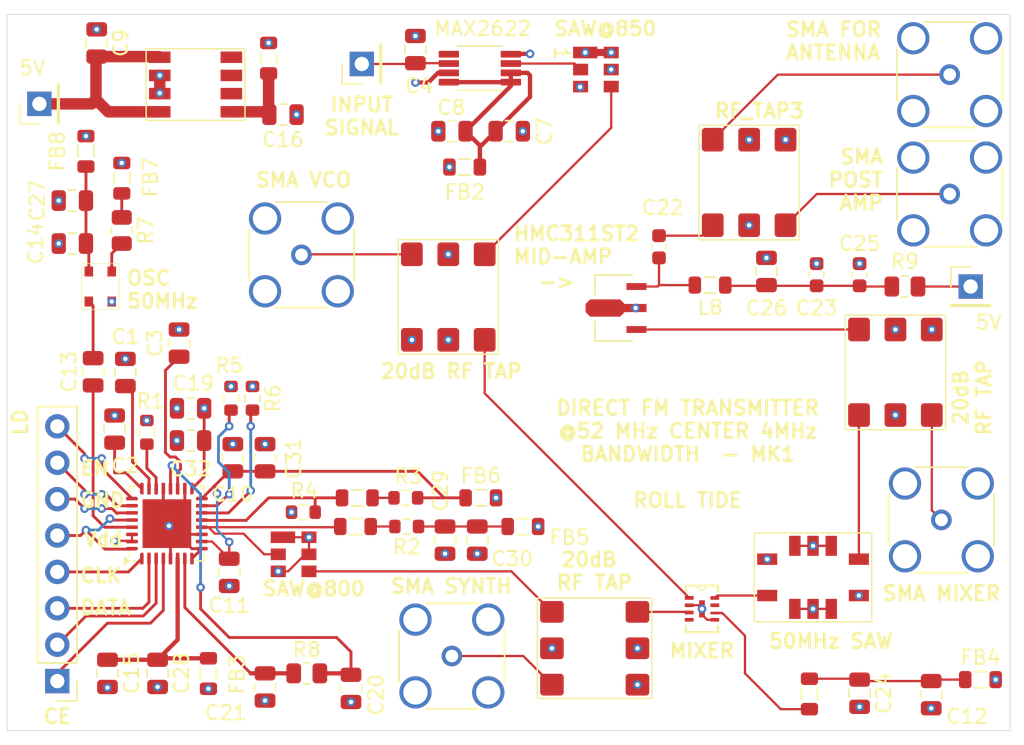
<source format=kicad_pcb>
(kicad_pcb (version 20241229) (generator "pcbnew") (generator_version "9.0")
  (layers (0 "F.Cu" signal) (4 "In1.Cu" power) (6 "In2.Cu" power) (2 "B.Cu" signal) (13 "F.Paste" user) (15 "B.Paste" user) (5 "F.SilkS" user "F.Silkscreen") (7 "B.SilkS" user "B.Silkscreen") (1 "F.Mask" user) (3 "B.Mask" user) (25 "Edge.Cuts" user))
  (net 0 "")
  (net 1 "GND1")
  (net 2 "Net-(J1-Pin_1)")
  (net 3 "Net-(J4-Pin_5)")
  (net 4 "Net-(J4-Pin_7)")
  (net 5 "Net-(J4-Pin_1)")
  (net 6 "Net-(J4-Pin_4)")
  (net 7 "Net-(J4-Pin_3)")
  (net 8 "Net-(J4-Pin_8)")
  (net 9 "Net-(J4-Pin_2)")
  (net 10 "Net-(J4-Pin_6)")
  (net 11 "Net-(MAX2622--SHDN)")
  (net 12 "VS")
  (net 13 "Net-(MAX2622-Out)")
  (net 15 "Net-(C23-Pad2)")
  (net 16 "Net-(C29-Pad1)")
  (net 17 "Net-(J3-Pin_1)")
  (net 18 "Net-(AP2112-Vout)")
  (net 19 "Net-(C12-Pad1)")
  (net 20 "Net-(AP2112-En)")
  (net 22 "Net-(FB7-Pad1)")
  (net 23 "Net-(U2-Vdd)")
  (net 25 "Net-(R2-Pad2)")
  (net 26 "Net-(R3-Pad2)")
  (net 28 "Net-(ADL1-VPOS)")
  (net 29 "Net-(U2-Out)")
  (net 30 "Net-(RF_TAP4-Output)")
  (net 31 "Net-(U2-OE)")
  (net 34 "Net-(ADL1-LO_IN)")
  (net 35 "Net-(MAX1-BIAS_FILT)")
  (net 36 "Net-(MAX1-REG)")
  (net 37 "Net-(MAX1-NOISE_FILT)")
  (net 38 "Net-(MAX1-VCC_PLL)")
  (net 39 "Net-(MAX1-REF_IN)")
  (net 40 "Net-(MAX1-VCC_CP)")
  (net 41 "Net-(MAX1-TUNE)")
  (net 42 "Net-(MAX1-CP_OUT)")
  (net 43 "Net-(MAX1-RSET)")
  (net 44 "Net-(MAX1-RFOUTB_P)")
  (net 45 "Net-(MAX1-RFOUTA_N)")
  (net 46 "Net-(MAX1-RFOUTB_N)")
  (net 47 "Net-(MAX1-RFOUTA_P)")
  (net 48 "Net-(HMC311ST2-OUT)")
  (net 49 "Net-(HMC311ST2-In)")
  (net 50 "Net-(SAW@50-Input)")
  (net 51 "Net-(RF_TAP3-Input)")
  (net 52 "Net-(J2-In)")
  (net 53 "Net-(J6-In)")
  (net 54 "Net-(J7-In)")
  (net 55 "Net-(J8-In)")
  (net 56 "Net-(RF_TAP1-Input)")
  (net 57 "Net-(RF_TAP2-Input)")
  (net 58 "Net-(RF_TAP4-Input)")
  (net 59 "Net-(J9-In)")
  (footprint "Connector_PinHeader_2.54mm:PinHeader_1x01_P2.54mm_Vertical" (layer "F.Cu") (at 32.25 36.25 90)
    (property "Reference" "5V")
    (property "Value" "5V Supply" (hide yes))
  )
  (footprint "Inductor_SMD:L_0805_2012Metric" (layer "F.Cu") (at 79.0625 48.9 180)
    (property "Reference" "L8")
    (property "Value" "820nH" (hide yes))
  )
  (footprint "Capacitor_SMD:C_0805_2012Metric" (layer "F.Cu") (at 49.25 37 180)
    (property "Reference" "C16")
    (property "Value" ".1uF")
  )
  (footprint "Inductor_SMD:L_0805_2012Metric" (layer "F.Cu") (at 54.3125 65.75 180)
    (property "Reference" "RF_Choke4" (hide yes))
    (property "Value" "18nH" (hide yes))
  )
  (footprint "Capacitor_SMD:C_0805_2012Metric" (layer "F.Cu") (at 34.55 46)
    (property "Reference" "C14")
    (property "Value" ".1uF" (hide yes))
  )
  (footprint "Inductor_SMD:L_0805_2012Metric" (layer "F.Cu") (at 97.9375 76.4375)
    (property "Reference" "FB4")
    (property "Value" "RF choke" (hide yes))
  )
  (footprint "Capacitor_SMD:C_0805_2012Metric" (layer "F.Cu") (at 36.25 32 -90)
    (property "Reference" "C9")
    (property "Value" ".1uF")
  )
  (footprint "External_Individual_Comps:TAI-SAW Filter" (layer "F.Cu") (at 90.15 66.4 180)
    (property "Reference" "SAW@50" (hide yes))
    (property "Value" "~" (hide yes))
  )
  (footprint "Inductor_SMD:L_0805_2012Metric" (layer "F.Cu") (at 61.9325 40.66)
    (property "Reference" "FB2")
    (property "Value" "RF choke" (hide yes))
  )
  (footprint "Resistor_SMD:R_0603_1608Metric" (layer "F.Cu") (at 57.8875 65.75 180)
    (property "Reference" "R2")
    (property "Value" "50ohm" (hide yes))
  )
  (footprint "Capacitor_SMD:C_0805_2012Metric" (layer "F.Cu") (at 38.25 55 90)
    (property "Reference" "C1")
    (property "Value" ".1nF" (hide yes))
  )
  (footprint "External_Individual_Comps:CP-8-1" (layer "F.Cu") (at 78.5 71.5)
    (property "Reference" "ADL1" (hide yes))
    (property "Value" "~")
  )
  (footprint "Inductor_SMD:L_0805_2012Metric" (layer "F.Cu") (at 63.0625 63.75)
    (property "Reference" "FB6")
    (property "Value" "RF choke" (hide yes))
  )
  (footprint "Connector_PinHeader_2.54mm:PinHeader_1x01_P2.54mm_Vertical" (layer "F.Cu") (at 97.25 49)
    (property "Reference" "5V")
    (property "Value" "5V Supply" (hide yes))
  )
  (footprint "Resistor_SMD:R_0805_2012Metric" (layer "F.Cu") (at 38 45.0875 -90)
    (property "Reference" "R7")
    (property "Value" "10k" (hide yes))
  )
  (footprint "Capacitor_SMD:C_0805_2012Metric" (layer "F.Cu") (at 65.045 38.16 180)
    (property "Reference" "C7")
    (property "Value" ".1uF")
  )
  (footprint "External_Individual_Comps:8uMAX" (layer "F.Cu") (at 62.995 33.76)
    (property "Reference" "MAX2622")
    (property "Value" "~")
  )
  (footprint "Inductor_SMD:L_0805_2012Metric" (layer "F.Cu") (at 66 65.75)
    (property "Reference" "FB5")
    (property "Value" "RF choke" (hide yes))
  )
  (footprint "Inductor_SMD:L_0805_2012Metric" (layer "F.Cu") (at 86 77.4375 90)
    (property "Reference" "RF_Choke3" (hide yes))
    (property "Value" "22nH")
  )
  (footprint "External_Individual_Comps:RBDC-20" (layer "F.Cu") (at 67.2 77.55 90)
    (property "Reference" "RF_TAP1" (hide yes))
    (property "Value" "~")
  )
  (footprint "Capacitor_SMD:C_0805_2012Metric" (layer "F.Cu") (at 54 77.05 90)
    (property "Reference" "C20")
    (property "Value" ".1uF" (hide yes))
  )
  (footprint "Connector_Coaxial:SMA_Amphenol_132134-14_Vertical" (layer "F.Cu") (at 95.79 42.54)
    (property "Reference" "J8" (hide yes))
    (property "Value" "Conn_Coaxial_Small" (hide yes))
  )
  (footprint "Connector_Coaxial:SMA_Amphenol_132134-14_Vertical" (layer "F.Cu") (at 61.04 74.79)
    (property "Reference" "J6" (hide yes))
    (property "Value" "Conn_Coaxial_Small" (hide yes))
  )
  (footprint "Capacitor_SMD:C_0805_2012Metric" (layer "F.Cu") (at 60.5625 66.7 -90)
    (property "Reference" "C29")
    (property "Value" ".1nF" (hide yes))
  )
  (footprint "Capacitor_SMD:C_0805_2012Metric" (layer "F.Cu") (at 42 52.95 90)
    (property "Reference" "C3")
    (property "Value" ".1nF" (hide yes))
  )
  (footprint "External_Individual_Comps:SO-8 (AP2112)" (layer "F.Cu") (at 46.4 37.206 90)
    (property "Reference" "AP2112" (hide yes))
    (property "Value" "~")
  )
  (footprint "Resistor_SMD:R_0603_1608Metric" (layer "F.Cu") (at 57.825 63.75 180)
    (property "Reference" "R3")
    (property "Value" "50ohm" (hide yes))
  )
  (footprint "Inductor_SMD:L_0805_2012Metric" (layer "F.Cu") (at 35.5 39.5625 -90)
    (property "Reference" "FB8")
    (property "Value" "RF choke" (hide yes))
  )
  (footprint "Capacitor_SMD:C_0805_2012Metric" (layer "F.Cu") (at 45.5 68.95 -90)
    (property "Reference" "C11")
    (property "Value" "Decoup Cap" (hide yes))
  )
  (footprint "Capacitor_SMD:C_0805_2012Metric" (layer "F.Cu") (at 42.8 57.5)
    (property "Reference" "C19")
    (property "Value" "10uF" (hide yes))
  )
  (footprint "Capacitor_SMD:C_0805_2012Metric" (layer "F.Cu") (at 42.8 59.75)
    (property "Reference" "C32")
    (property "Value" ".1nF" (hide yes))
  )
  (footprint "Resistor_SMD:R_0603_1608Metric" (layer "F.Cu") (at 45.625 56.8 -90)
    (property "Reference" "R5")
    (property "Value" "50ohm" (hide yes))
  )
  (footprint "Capacitor_SMD:C_0805_2012Metric" (layer "F.Cu") (at 45.75 60.95 -90)
    (property "Reference" "C10")
    (property "Value" "Decoup Cap" (hide yes))
  )
  (footprint "Capacitor_SMD:C_0805_2012Metric" (layer "F.Cu") (at 89.5 77.3875 -90)
    (property "Reference" "C24")
    (property "Value" "10uF" (hide yes))
  )
  (footprint "Inductor_SMD:L_0805_2012Metric" (layer "F.Cu") (at 54.4375 63.75 180)
    (property "Reference" "RF_Choke2" (hide yes))
    (property "Value" "18nH" (hide yes))
  )
  (footprint "Resistor_SMD:R_0805_2012Metric" (layer "F.Cu") (at 50.9125 76)
    (property "Reference" "R8")
    (property "Value" "1000 ohm" (hide yes))
  )
  (footprint "Capacitor_SMD:C_0805_2012Metric" (layer "F.Cu") (at 58.495 32.46 90)
    (property "Reference" "C4")
    (property "Value" ".1nF" (hide yes))
  )
  (footprint "Capacitor_SMD:C_0805_2012Metric" (layer "F.Cu") (at 83 47.95 -90)
    (property "Reference" "C26")
    (property "Value" "100pF" (hide yes))
  )
  (footprint "Capacitor_SMD:C_0603_1608Metric" (layer "F.Cu") (at 86.5 48.175 -90)
    (property "Reference" "C23")
    (property "Value" "2.2u" (hide yes))
  )
  (footprint "External_Individual_Comps:Golledge SAW Footprint" (layer "F.Cu") (at 48.4 66.095 -90)
    (property "Reference" "SAW@800")
    (property "Value" "~" (hide yes))
  )
  (footprint "Resistor_SMD:R_0603_1608Metric" (layer "F.Cu") (at 50.675 64.75)
    (property "Reference" "R4")
    (property "Value" "50ohm" (hide yes))
  )
  (footprint "Capacitor_SMD:C_0805_2012Metric" (layer "F.Cu") (at 37.5 58.95 90)
    (property "Reference" "C2")
    (property "Value" ".1nF" (hide yes))
  )
  (footprint "Connector_PinHeader_2.54mm:PinHeader_1x08_P2.54mm_Vertical" (layer "F.Cu") (at 33.5 76.54 180)
    (property "Reference" "CE")
    (property "Value" "Conn_01x08_Pin" (hide yes))
  )
  (footprint "Resistor_SMD:R_0603_1608Metric" (layer "F.Cu") (at 47.125 56.8 -90)
    (property "Reference" "R6")
    (property "Value" "50ohm" (hide yes))
  )
  (footprint "External_Individual_Comps:RBDC-20" (layer "F.Cu") (at 85.09 45.545 180)
    (property "Reference" "RF_TAP3")
    (property "Value" "~")
  )
  (footprint "Capacitor_SMD:C_0805_2012Metric" (layer "F.Cu") (at 40.5 76 -90)
    (property "Reference" "C28")
    (property "Value" "10uF" (hide yes))
  )
  (footprint "Capacitor_SMD:C_0805_2012Metric" (layer "F.Cu") (at 48 76.95 90)
    (property "Reference" "C21")
    (property "Value" ".1uF" (hide yes))
  )
  (footprint "Resistor_SMD:R_0603_1608Metric" (layer "F.Cu") (at 39.75 59.175 90)
    (property "Reference" "R1")
    (property "Value" "50ohm" (hide yes))
  )
  (footprint "Resistor_SMD:R_0805_2012Metric" (layer "F.Cu") (at 92.6625 49 180)
    (property "Reference" "R9")
    (property "Value" "22 ohm" (hide yes))
  )
  (footprint "External_Individual_Comps:SOT-89" (layer "F.Cu") (at 72.5 50.5 180)
    (property "Reference" "HMC311ST2" (hide yes))
    (property "Value" "~" (hide yes))
  )
  (footprint "External_Individual_Comps: 4-Pin VSON (LMK6CE)" (layer "F.Cu") (at 36.5 49 180)
    (property "Reference" "U2" (hide yes))
    (property "Value" "~")
  )
  (footprint "Capacitor_SMD:C_0603_1608Metric" (layer "F.Cu") (at 89.5 48.175 -90)
    (property "Reference" "C25")
    (property "Value" "1000pF" (hide yes))
  )
  (footprint "External_Individual_Comps:Golledge SAW Footprint" (layer "F.Cu") (at 69.5 32.26 -90)
    (property "Reference" "SAW@850")
    (property "Value" "~")
  )
  (footprint "Capacitor_SMD:C_0805_2012Metric" (layer "F.Cu") (at 36 54.95 90)
    (property "Reference" "C13")
    (property "Value" "4.7nF" (hide yes))
  )
  (footprint "Connector_Coaxial:SMA_Amphenol_132134-14_Vertical" (layer "F.Cu") (at 95.79 34.21)
    (property "Reference" "J9" (hide yes))
    (property "Value" "Conn_Coaxial_Small" (hide yes))
  )
  (footprint "Capacitor_SMD:C_0805_2012Metric" (layer "F.Cu") (at 48 60.95 -90)
    (property "Reference" "C31")
    (property "Value" "Bank Cap" (hide yes))
  )
  (footprint "Inductor_SMD:L_0805_2012Metric" (layer "F.Cu") (at 44.05 76.0125 -90)
    (property "Reference" "FB3")
    (property "Value" "RF choke" (hide yes))
  )
  (footprint "Inductor_SMD:L_0805_2012Metric" (layer "F.Cu") (at 48.25 33.0625 90)
    (property "Reference" "FB9" (hide yes))
    (property "Value" "RF choke" (hide yes))
  )
  (footprint "Connector_Coaxial:SMA_Amphenol_132134-14_Vertical" (layer "F.Cu") (at 50.54 46.79)
    (property "Reference" "J2" (hide yes))
    (property "Value" "Conn_Coaxial_Small" (hide yes))
  )
  (footprint "Capacitor_SMD:C_0805_2012Metric" (layer "F.Cu") (at 61.045 38.16 180)
    (property "Reference" "C8")
    (property "Value" ".1uF" (hide yes))
  )
  (footprint "Connector_Coaxial:SMA_Amphenol_132134-14_Vertical" (layer "F.Cu") (at 95.21 65.29)
    (property "Reference" "J7" (hide yes))
    (property "Value" "Conn_Coaxial_Small" (hide yes))
  )
  (footprint "Connector_PinHeader_2.54mm:PinHeader_1x01_P2.54mm_Vertical" (layer "F.Cu") (at 54.755 33.465 90)
    (property "Reference" "J1" (hide yes))
    (property "Value" "Conn_01x01_Pin" (hide yes))
  )
  (footprint "Capacitor_SMD:C_0603_1608Metric" (layer "F.Cu") (at 75.5 46.225 -90)
    (property "Reference" "C22")
    (property "Value" ".01uF" (hide yes))
  )
  (footprint "External_Individual_Comps:RBDC-20" (layer "F.Cu") (at 57.49 45.925)
    (property "Reference" "RF_TAP4" (hide yes))
    (property "Value" "~" (hide yes))
  )
  (footprint "External_Individual_Comps:RBDC-20" (layer "F.Cu") (at 95.3 58.795 180)
    (property "Reference" "RF_TAP2" (hide yes))
    (property "Value" "~" (hide yes))
  )
  (footprint "Capacitor_SMD:C_0805_2012Metric" (layer "F.Cu") (at 34.55 43 180)
    (property "Reference" "C27")
    (property "Value" "10uF" (hide yes))
  )
  (footprint "Package_DFN_QFN:TQFN-32-1EP_5x5mm_P0.5mm_EP3.4x3.4mm" (layer "F.Cu") (at 41.15 65.55 90)
    (property "Reference" "MAX1" (hide yes))
    (property "Value" "~" (hide yes))
  )
  (footprint "Inductor_SMD:L_0805_2012Metric" (layer "F.Cu") (at 38 41.4375 90)
    (property "Reference" "FB7")
    (property "Value" "RF choke" (hide yes))
  )
  (footprint "Capacitor_SMD:C_0805_2012Metric" (layer "F.Cu") (at 62.8125 66.7 -90)
    (property "Reference" "C30")
    (property "Value" "10uF" (hide yes))
  )
  (footprint "Capacitor_SMD:C_0805_2012Metric" (layer "F.Cu") (at 37 76 -90)
    (property "Reference" "C15")
    (property "Value" ".1nF" (hide yes))
  )
  (footprint "Capacitor_SMD:C_0805_2012Metric" (layer "F.Cu") (at 94.5 77.4875 -90)
    (property "Reference" "C12")
    (property "Value" ".1uF" (hide yes))
  )
  (gr_line (start 100 30) (end 100 80) (stroke (width 0.05)) (layer "Edge.Cuts"))
  (gr_line (start 30 80) (end 30 30) (stroke (width 0.05)) (layer "Edge.Cuts"))
  (gr_line (start 30 30) (end 100 30) (stroke (width 0.05)) (layer "Edge.Cuts"))
  (gr_line (start 100 80) (end 30 80) (stroke (width 0.05)) (layer "Edge.Cuts"))
  (gr_text "SMA FOR\nANTENNA\n" (at 84.25 33.25 0) (layer "F.SilkS") (effects (font (size 1 1) (thickness 0.2) (bold yes)) (justify left bottom)))
  (gr_text "SMA\nPOST\nAMP\n" (at 91.25 43.75 0) (layer "F.SilkS") (effects (font (size 1 1) (thickness 0.2) (bold yes)) (justify right bottom)))
  (gr_text "EN" (at 35 62.25 0) (layer "F.SilkS") (effects (font (size 1 1) (thickness 0.2) (bold yes)) (justify left bottom)))
  (gr_text "CLK\n" (at 35 69.75 0) (layer "F.SilkS") (effects (font (size 1 1) (thickness 0.2) (bold yes)) (justify left bottom)))
  (gr_text "OSC \n50MHz" (at 38.25 50.6 0) (layer "F.SilkS") (effects (font (size 1 1) (thickness 0.2) (bold yes)) (justify left bottom)))
  (gr_text "->" (at 67 49.25 0) (layer "F.SilkS") (effects (font (size 1 1) (thickness 0.2) (bold yes)) (justify left bottom)))
  (gr_text "SMA SYNTH" (at 61 70.5 0) (layer "F.SilkS") (effects (font (size 1 1) (thickness 0.2) (bold yes)) (justify bottom)))
  (gr_text "GND" (at 35 64.5 0) (layer "F.SilkS") (effects (font (size 1 1) (thickness 0.2) (bold yes)) (justify left bottom)))
  (gr_text "HMC311ST2\nMID-AMP\n" (at 65.25 47.5 0) (layer "F.SilkS") (effects (font (size 1 1) (thickness 0.2) (bold yes)) (justify left bottom)))
  (gr_text "20dB RF TAP\n" (at 61 55.5 0) (layer "F.SilkS") (effects (font (size 1 1) (thickness 0.2) (bold yes)) (justify bottom)))
  (gr_text "SMA VCO\n\n" (at 47.25 43.75 0) (layer "F.SilkS") (effects (font (size 1 1) (thickness 0.2) (bold yes)) (justify left bottom)))
  (gr_text "INPUT\nSIGNAL" (at 54.75 38.5 0) (layer "F.SilkS") (effects (font (size 1 1) (thickness 0.2) (bold yes)) (justify bottom)))
  (gr_text "LD" (at 31.5 59.5 90) (layer "F.SilkS") (effects (font (size 1 1) (thickness 0.2) (bold yes)) (justify left bottom)))
  (gr_text "Vdd\n" (at 35.25 67.25 0) (layer "F.SilkS") (effects (font (size 1 1) (thickness 0.2) (bold yes)) (justify left bottom)))
  (gr_text "20dB \nRF TAP\n" (at 71 70.25 0) (layer "F.SilkS") (effects (font (size 1 1) (thickness 0.2) (bold yes)) (justify bottom)))
  (gr_text "20dB\nRF TAP\n" (at 98.75 56.75 90) (layer "F.SilkS") (effects (font (size 1 1) (thickness 0.2) (bold yes)) (justify bottom)))
  (gr_text "SMA MIXER" (at 91 71 0) (layer "F.SilkS") (effects (font (size 1 1) (thickness 0.2) (bold yes)) (justify left bottom)))
  (gr_text "MIXER" (at 78.5 75 0) (layer "F.SilkS") (effects (font (size 1 1) (thickness 0.2) (bold yes)) (justify bottom)))
  (gr_text "DIRECT FM TRANSMITTER\n@52 MHz CENTER 4MHz\nBANDWIDTH  - MK1\n\nROLL TIDE\n" (at 77.5 64.5 0) (layer "F.SilkS") (effects (font (size 1 1) (thickness 0.2) (bold yes)) (justify bottom)))
  (gr_text "DATA" (at 35 72 0) (layer "F.SilkS") (effects (font (size 1 1) (thickness 0.2) (bold yes)) (justify left bottom)))
  (segment (start 42.4 63.1125) (end 42.4 64.3) (width 0.2) (layer "F.Cu") (net 1))
  (segment (start 41.9 66.3) (end 41.15 65.55) (width 0.2) (layer "F.Cu") (net 1))
  (segment (start 78.862 72.262) (end 78.5 71.9) (width 0.16) (layer "F.Cu") (net 1))
  (segment (start 72.165 32.665) (end 70.35 32.665) (width 0.5) (layer "F.Cu") (net 1))
  (segment (start 37 76.95) (end 37 77) (width 0.3) (layer "F.Cu") (net 1))
  (segment (start 69.995 35.075) (end 70.025 35.045) (width 0.5) (layer "F.Cu") (net 1))
  (segment (start 41.4 67.9875) (end 41.4 65.8) (width 0.2) (layer "F.Cu") (net 1))
  (segment (start 72.1575 33.8475) (end 72.165 33.855) (width 0.5) (layer "F.Cu") (net 1))
  (segment (start 41.15 65.55) (end 40.9 65.3) (width 0.2) (layer "F.Cu") (net 1))
  (segment (start 84.98 67.1) (end 87.52 67.1) (width 0.16) (layer "F.Cu") (net 1))
  (segment (start 42.4 64.3) (end 41.15 65.55) (width 0.2) (layer "F.Cu") (net 1))
  (segment (start 41.4 65.8) (end 41.3 65.7) (width 0.2) (layer "F.Cu") (net 1))
  (segment (start 59.396398 34.76) (end 60.071398 34.085) (width 0.3) (layer "F.Cu") (net 1))
  (segment (start 78.246 71.246) (end 78.5 71.5) (width 0.16) (layer "F.Cu") (net 1))
  (segment (start 50.8 67.69) (end 51.065 67.69) (width 0.16) (layer "F.Cu") (net 1))
  (segment (start 79.3921 72.262) (end 78.862 72.262) (width 0.16) (layer "F.Cu") (net 1))
  (segment (start 48.925 68.88) (end 49.61 68.88) (width 0.16) (layer "F.Cu") (net 1))
  (segment (start 43.5875 67.3) (end 42.9 67.3) (width 0.2) (layer "F.Cu") (net 1))
  (segment (start 84.98 71.5) (end 87.52 71.5) (width 0.16) (layer "F.Cu") (net 1))
  (segment (start 37.5 66.75) (end 38.6625 66.75) (width 0.16) (layer "F.Cu") (net 1))
  (segment (start 43.5875 66.3) (end 41.9 66.3) (width 0.2) (layer "F.Cu") (net 1))
  (segment (start 78.5 71.9) (end 78.5 71.5) (width 0.16) (layer "F.Cu") (net 1))
  (segment (start 49.61 68.88) (end 50.8 67.69) (width 0.16) (layer "F.Cu") (net 1))
  (segment (start 49.25 66.5) (end 51 66.5) (width 0.16) (layer "F.Cu") (net 1))
  (segment (start 40.6525 35.5) (end 40.6525 35.535) (width 0.8) (layer "F.Cu") (net 1))
  (segment (start 66.495 32.76) (end 65.185 32.76) (width 0.3) (layer "F.Cu") (net 1))
  (segment (start 60.071398 34.085) (end 60.83 34.085) (width 0.3) (layer "F.Cu") (net 1))
  (segment (start 51 66.5) (end 51.065 66.5) (width 0.16) (layer "F.Cu") (net 1))
  (segment (start 42.9 67.9875) (end 43.5875 67.3) (width 0.2) (layer "F.Cu") (net 1))
  (segment (start 58.495 34.76) (end 59.396398 34.76) (width 0.3) (layer "F.Cu") (net 1))
  (segment (start 40.6525 34.265) (end 40.6525 35.5) (width 0.8) (layer "F.Cu") (net 1))
  (segment (start 38.7125 66.3) (end 38.7125 66.8) (width 0.16) (layer "F.Cu") (net 1))
  (segment (start 51.065 66.5) (end 51.065 67.69) (width 0.16) (layer "F.Cu") (net 1))
  (segment (start 65.185 32.76) (end 65.16 32.785) (width 0.3) (layer "F.Cu") (net 1))
  (segment (start 49.6 65) (end 49.85 64.75) (width 0.2) (layer "F.Cu") (net 1))
  (segment (start 40.9 65.3) (end 40.9 63.1125) (width 0.2) (layer "F.Cu") (net 1))
  (segment (start 42.9 67.3) (end 41.15 65.55) (width 0.2) (layer "F.Cu") (net 1))
  (segment (start 41.3 65.7) (end 41.15 65.55) (width 0.2) (layer "F.Cu") (net 1))
  (segment (start 38.6625 66.75) (end 38.7125 66.8) (width 0.16) (layer "F.Cu") (net 1))
  (segment (start 77.6079 71.246) (end 78.246 71.246) (width 0.16) (layer "F.Cu") (net 1))
  (via (at 84.33 38.75) (size 0.6) (drill 0.3) (layers "F.Cu" "B.Cu") (net 1))
  (via (at 49.85 64.75) (size 0.6) (drill 0.3) (layers "F.Cu" "B.Cu") (net 1))
  (via (at 48 60) (size 0.6) (drill 0.3) (layers "F.Cu" "B.Cu") (net 1))
  (via (at 60.5625 67.65) (size 0.6) (drill 0.3) (layers "F.Cu" "B.Cu") (net 1))
  (via (at 41.3 65.7) (size 0.6) (drill 0.3) (layers "F.Cu" "B.Cu") (net 1))
  (via (at 94.5 78.4375) (size 0.6) (drill 0.3) (layers "F.Cu" "B.Cu") (net 1))
  (via (at 47.125 55.975) (size 0.6) (drill 0.3) (layers "F.Cu" "B.Cu") (net 1))
  (via (at 81.79 44.72) (size 0.6) (drill 0.3) (layers "F.Cu" "B.Cu") (net 1))
  (via (at 51.065 66.5) (size 0.6) (drill 0.3) (layers "F.Cu" "B.Cu") (net 1))
  (via (at 37.3 50.05) (size 0.6) (drill 0.3) (layers "F.Cu" "B.Cu") (net 1))
  (via (at 48 77.9) (size 0.6) (drill 0.3) (layers "F.Cu" "B.Cu") (net 1))
  (via (at 78.5 71.5) (size 0.6) (drill 0.3) (layers "F.Cu" "B.Cu") (net 1))
  (via (at 36.25 31.05) (size 0.6) (drill 0.3) (layers "F.Cu" "B.Cu") (net 1))
  (via (at 58.495 34.76) (size 0.6) (drill 0.3) (layers "F.Cu" "B.Cu") (net 1))
  (via (at 86.25 71.5) (size 0.6) (drill 0.3) (layers "F.Cu" "B.Cu") (net 1))
  (via (at 73.995 74.25) (size 0.6) (drill 0.3) (layers "F.Cu" "B.Cu") (net 1))
  (via (at 48.925 68.88) (size 0.6) (drill 0.3) (layers "F.Cu" "B.Cu") (net 1))
  (via (at 45.625 55.975) (size 0.6) (drill 0.3) (layers "F.Cu" "B.Cu") (net 1))
  (via (at 89.45 70.57) (size 0.6) (drill 0.3) (layers "F.Cu" "B.Cu") (net 1))
  (via (at 81.79 38.75) (size 0.6) (drill 0.3) (layers "F.Cu" "B.Cu") (net 1))
  (via (at 66.495 32.76) (size 0.6) (drill 0.3) (layers "F.Cu" "B.Cu") (net 1))
  (via (at 54 78) (size 0.6) (drill 0.3) (layers "F.Cu" "B.Cu") (net 1))
  (via (at 33.6 43) (size 0.6) (drill 0.3) (layers "F.Cu" "B.Cu") (net 1))
  (via (at 37.5 66.75) (size 0.6) (drill 0.3) (layers "F.Cu" "B.Cu") (net 1))
  (via (at 58.25 52.72) (size 0.6) (drill 0.3) (layers "F.Cu" "B.Cu") (net 1))
  (via (at 72.1575 33.8475) (size 0.6) (drill 0.3) (layers "F.Cu" "B.Cu") (net 1))
  (via (at 58.495 31.51) (size 0.6) (drill 0.3) (layers "F.Cu" "B.Cu") (net 1))
  (via (at 40.6525 35.5) (size 0.6) (drill 0.3) (layers "F.Cu" "B.Cu") (net 1))
  (via (at 70.35 32.665) (size 0.6) (drill 0.3) (layers "F.Cu" "B.Cu") (net 1))
  (via (at 37 77) (size 0.6) (drill 0.3) (layers "F.Cu" "B.Cu") (net 1))
  (via (at 45.75 60) (size 0.6) (drill 0.3) (layers "F.Cu" "B.Cu") (net 1))
  (via (at 89.5 47.4) (size 0.6) (drill 0.3) (layers "F.Cu" "B.Cu") (net 1))
  (via (at 39.75 58.35) (size 0.6) (drill 0.3) (layers "F.Cu" "B.Cu") (net 1))
  (via (at 92 52) (size 0.6) (drill 0.3) (layers "F.Cu" "B.Cu") (net 1))
  (via (at 33.6 46) (size 0.6) (drill 0.3) (layers "F.Cu" "B.Cu") (net 1))
  (via (at 86.25 67.1) (size 0.6) (drill 0.3) (layers "F.Cu" "B.Cu") (net 1))
  (via (at 69.995 35.075) (size 0.6) (drill 0.3) (layers "F.Cu" "B.Cu") (net 1))
  (via (at 60.095 38.16) (size 0.6) (drill 0.3) (layers "F.Cu" "B.Cu") (net 1))
  (via (at 42 52) (size 0.6) (drill 0.3) (layers "F.Cu" "B.Cu") (net 1))
  (via (at 37.5 58) (size 0.6) (drill 0.3) (layers "F.Cu" "B.Cu") (net 1))
  (via (at 41.85 57.5) (size 0.6) (drill 0.3) (layers "F.Cu" "B.Cu") (net 1))
  (via (at 89.5 78.3375) (size 0.6) (drill 0.3) (layers "F.Cu" "B.Cu") (net 1))
  (via (at 83 47) (size 0.6) (drill 0.3) (layers "F.Cu" "B.Cu") (net 1))
  (via (at 45.5 69.9) (size 0.6) (drill 0.3) (layers "F.Cu" "B.Cu") (net 1))
  (via (at 72.165 32.665) (size 0.6) (drill 0.3) (layers "F.Cu" "B.Cu") (net 1))
  (via (at 50.2 37) (size 0.6) (drill 0.3) (layers "F.Cu" "B.Cu") (net 1))
  (via (at 60.79 52.72) (size 0.6) (drill 0.3) (layers "F.Cu" "B.Cu") (net 1))
  (via (at 73.995 76.79) (size 0.6) (drill 0.3) (layers "F.Cu" "B.Cu") (net 1))
  (via (at 41.85 59.75) (size 0.6) (drill 0.3) (layers "F.Cu" "B.Cu") (net 1))
  (via (at 83.05 68.03) (size 0.6) (drill 0.3) (layers "F.Cu" "B.Cu") (net 1))
  (via (at 40.5 76.95) (size 0.6) (drill 0.3) (layers "F.Cu" "B.Cu") (net 1))
  (via (at 60.79 46.75) (size 0.6) (drill 0.3) (layers "F.Cu" "B.Cu") (net 1))
  (via (at 38.25 54.05) (size 0.6) (drill 0.3) (layers "F.Cu" "B.Cu") (net 1))
  (via (at 68.025 74.25) (size 0.6) (drill 0.3) (layers "F.Cu" "B.Cu") (net 1))
  (via (at 40.6525 34.265) (size 0.6) (drill 0.3) (layers "F.Cu" "B.Cu") (net 1))
  (via (at 94.54 52) (size 0.6) (drill 0.3) (layers "F.Cu" "B.Cu") (net 1))
  (via (at 92 57.97) (size 0.6) (drill 0.3) (layers "F.Cu" "B.Cu") (net 1))
  (via (at 86.5 47.4) (size 0.6) (drill 0.3) (layers "F.Cu" "B.Cu") (net 1))
  (via (at 65.995 38.16) (size 0.6) (drill 0.3) (layers "F.Cu" "B.Cu") (net 1))
  (via (at 73.865 50.5) (size 0.6) (drill 0.3) (layers "F.Cu" "B.Cu") (net 1))
  (via (at 62.8125 67.65) (size 0.6) (drill 0.3) (layers "F.Cu" "B.Cu") (net 1))
  (segment (start 54.755 33.465) (end 58.44 33.465) (width 0.16) (layer "F.Cu") (net 2))
  (segment (start 60.805 33.41) (end 60.83 33.435) (width 0.3) (layer "F.Cu") (net 2))
  (segment (start 58.495 33.41) (end 60.805 33.41) (width 0.16) (layer "F.Cu") (net 2))
  (segment (start 58.44 33.465) (end 58.495 33.41) (width 0.16) (layer "F.Cu") (net 2))
  (segment (start 35.12 66.38) (end 35.5 66) (width 0.2) (layer "F.Cu") (net 3))
  (segment (start 37.274265 65.3) (end 38.7125 65.3) (width 0.2) (layer "F.Cu") (net 3))
  (segment (start 35.5 66) (end 36.831 67.331) (width 0.2) (layer "F.Cu") (net 3))
  (segment (start 36.831 67.331) (end 38.6815 67.331) (width 0.2) (layer "F.Cu") (net 3))
  (segment (start 33.5 66.38) (end 35.12 66.38) (width 0.2) (layer "F.Cu") (net 3))
  (segment (start 37.174265 65.2) (end 37.274265 65.3) (width 0.2) (layer "F.Cu") (net 3))
  (segment (start 38.6815 67.331) (end 38.7125 67.3) (width 0.2) (layer "F.Cu") (net 3))
  (via (at 37.174265 65.2) (size 0.6) (drill 0.3) (layers "F.Cu" "B.Cu") (net 3))
  (via (at 35.5 66) (size 0.6) (drill 0.3) (layers "F.Cu" "B.Cu") (net 3))
  (segment (start 35.5 66) (end 36.374265 66) (width 0.2) (layer "B.Cu") (net 3))
  (segment (start 36.374265 66) (end 37.174265 65.2) (width 0.2) (layer "B.Cu") (net 3))
  (segment (start 35.4 63.2) (end 35.4 63.5) (width 0.2) (layer "F.Cu") (net 4))
  (segment (start 37.691308 64.3) (end 38.7125 64.3) (width 0.2) (layer "F.Cu") (net 4))
  (segment (start 36.891308 63.5) (end 37.691308 64.3) (width 0.2) (layer "F.Cu") (net 4))
  (segment (start 36.6 63.5) (end 36.891308 63.5) (width 0.2) (layer "F.Cu") (net 4))
  (segment (start 33.5 61.3) (end 35.4 63.2) (width 0.2) (layer "F.Cu") (net 4))
  (via (at 36.6 63.5) (size 0.6) (drill 0.3) (layers "F.Cu" "B.Cu") (net 4))
  (via (at 35.4 63.5) (size 0.6) (drill 0.3) (layers "F.Cu" "B.Cu") (net 4))
  (segment (start 35.4 63.5) (end 36.6 63.5) (width 0.2) (layer "B.Cu") (net 4))
  (segment (start 40.9 71.6) (end 40.9 67.9875) (width 0.2) (layer "F.Cu") (net 5))
  (segment (start 33.5 76) (end 37 72.5) (width 0.2) (layer "F.Cu") (net 5))
  (segment (start 40 72.5) (end 40.9 71.6) (width 0.2) (layer "F.Cu") (net 5))
  (segment (start 37 72.5) (end 40 72.5) (width 0.2) (layer "F.Cu") (net 5))
  (segment (start 33.5 76.54) (end 33.5 76) (width 0.2) (layer "F.Cu") (net 5))
  (segment (start 38.4675 68.92) (end 33.5 68.92) (width 0.2) (layer "F.Cu") (net 6))
  (segment (start 39.4 67.9875) (end 38.4675 68.92) (width 0.2) (layer "F.Cu") (net 6))
  (segment (start 39.9 67.9875) (end 39.9 71.0329) (width 0.2) (layer "F.Cu") (net 7))
  (segment (start 39.9 71.0329) (end 39.46645 71.46645) (width 0.2) (layer "F.Cu") (net 7))
  (segment (start 39.46645 71.46645) (end 39.46 71.46) (width 0.2) (layer "F.Cu") (net 7))
  (segment (start 39.46 71.46) (end 33.5 71.46) (width 0.2) (layer "F.Cu") (net 7))
  (segment (start 36.6 61.6875) (end 38.7125 63.8) (width 0.2) (layer "F.Cu") (net 8))
  (segment (start 33.5 58.76) (end 35.4 60.66) (width 0.2) (layer "F.Cu") (net 8))
  (segment (start 36.6 61) (end 36.6 61.6875) (width 0.2) (layer "F.Cu") (net 8))
  (segment (start 35.4 60.66) (end 35.4 61) (width 0.2) (layer "F.Cu") (net 8))
  (via (at 35.4 61) (size 0.6) (drill 0.3) (layers "F.Cu" "B.Cu") (net 8))
  (via (at 36.6 61) (size 0.6) (drill 0.3) (layers "F.Cu" "B.Cu") (net 8))
  (segment (start 35.4 61) (end 36.6 61) (width 0.2) (layer "B.Cu") (net 8))
  (segment (start 40.4 67.9875) (end 40.4 71.1) (width 0.2) (layer "F.Cu") (net 9))
  (segment (start 35.5 72) (end 33.5 74) (width 0.2) (layer "F.Cu") (net 9))
  (segment (start 39.5 72) (end 35.5 72) (width 0.2) (layer "F.Cu") (net 9))
  (segment (start 40.4 71.1) (end 39.5 72) (width 0.2) (layer "F.Cu") (net 9))
  (segment (start 36.6 64.5) (end 37.324208 64.5) (width 0.2) (layer "F.Cu") (net 10))
  (segment (start 37.7 64.8) (end 38.7125 64.8) (width 0.2) (layer "F.Cu") (net 10))
  (segment (start 37.324208 64.5) (end 37.662104 64.837896) (width 0.2) (layer "F.Cu") (net 10))
  (segment (start 34.74 63.84) (end 35.4 64.5) (width 0.2) (layer "F.Cu") (net 10))
  (segment (start 33.5 63.84) (end 34.74 63.84) (width 0.2) (layer "F.Cu") (net 10))
  (segment (start 37.662104 64.837896) (end 37.7 64.8) (width 0.2) (layer "F.Cu") (net 10))
  (via (at 36.6 64.5) (size 0.6) (drill 0.3) (layers "F.Cu" "B.Cu") (net 10))
  (via (at 35.4 64.5) (size 0.6) (drill 0.3) (layers "F.Cu" "B.Cu") (net 10))
  (segment (start 35.4 64.5) (end 36.6 64.5) (width 0.2) (layer "B.Cu") (net 10))
  (segment (start 66.495 35.76) (end 66.495 34.26) (width 0.3) (layer "F.Cu") (net 11))
  (segment (start 65.16 34.735) (end 60.83 34.735) (width 0.3) (layer "F.Cu") (net 11))
  (segment (start 65.16 34.735) (end 65.16 34.085) (width 0.3) (layer "F.Cu") (net 11))
  (segment (start 63.095 39.16) (end 64.095 38.16) (width 0.3) (layer "F.Cu") (net 11))
  (segment (start 61.995 38.16) (end 61.935 38.16) (width 0.3) (layer "F.Cu") (net 11))
  (segment (start 65.16 34.995) (end 65.16 34.735) (width 0.3) (layer "F.Cu") (net 11))
  (segment (start 64.095 38.16) (end 63.995 38.16) (width 0.3) (layer "F.Cu") (net 11))
  (segment (start 66.495 34.26) (end 66.32 34.085) (width 0.3) (layer "F.Cu") (net 11))
  (segment (start 61.995 38.16) (end 65.16 34.995) (width 0.3) (layer "F.Cu") (net 11))
  (segment (start 64.095 38.16) (end 66.495 35.76) (width 0.3) (layer "F.Cu") (net 11))
  (segment (start 62.995 39.16) (end 63.095 39.16) (width 0.3) (layer "F.Cu") (net 11))
  (segment (start 62.995 39.16) (end 61.995 38.16) (width 0.3) (layer "F.Cu") (net 11))
  (segment (start 62.995 40.66) (end 62.995 39.16) (width 0.3) (layer "F.Cu") (net 11))
  (segment (start 66.32 34.085) (end 65.16 34.085) (width 0.3) (layer "F.Cu") (net 11))
  (segment (start 43.75 57.5) (end 43.75 59.75) (width 0.2) (layer "F.Cu") (net 12))
  (segment (start 43.75 62.2625) (end 42.9 63.1125) (width 0.2) (layer "F.Cu") (net 12))
  (segment (start 43.75 59.75) (end 43.75 62.2625) (width 0.2) (layer "F.Cu") (net 12))
  (via (at 60.87 40.66) (size 0.6) (drill 0.3) (layers "F.Cu" "B.Cu") (net 12))
  (via (at 35.5 38.5) (size 0.6) (drill 0.3) (layers "F.Cu" "B.Cu") (net 12))
  (via (at 48.25 32) (size 0.6) (drill 0.3) (layers "F.Cu" "B.Cu") (net 12))
  (via (at 99 76.4375) (size 0.6) (drill 0.3) (layers "F.Cu" "B.Cu") (net 12))
  (via (at 44.05 77.075) (size 0.6) (drill 0.3) (layers "F.Cu" "B.Cu") (net 12))
  (via (at 64.125 63.75) (size 0.6) (drill 0.3) (layers "F.Cu" "B.Cu") (net 12))
  (via (at 43.75 57.5) (size 0.6) (drill 0.3) (layers "F.Cu" "B.Cu") (net 12))
  (via (at 38 40.375) (size 0.6) (drill 0.3) (layers "F.Cu" "B.Cu") (net 12))
  (via (at 67.0625 65.75) (size 0.6) (drill 0.3) (layers "F.Cu" "B.Cu") (net 12))
  (segment (start 70.025 33.855) (end 69.605 33.435) (width 0.16) (layer "F.Cu") (net 13))
  (segment (start 69.605 33.435) (end 65.16 33.435) (width 0.16) (layer "F.Cu") (net 13))
  (segment (start 89.55 49) (end 89.5 48.95) (width 0.16) (layer "F.Cu") (net 15))
  (segment (start 80.175 48.95) (end 80.125 48.9) (width 0.16) (layer "F.Cu") (net 15))
  (segment (start 91.75 49) (end 89.55 49) (width 0.16) (layer "F.Cu") (net 15))
  (segment (start 89.5 48.95) (end 80.175 48.95) (width 0.16) (layer "F.Cu") (net 15))
  (segment (start 62.8125 66.1) (end 62.9625 66.1) (width 0.16) (layer "F.Cu") (net 16))
  (segment (start 62.9625 66.1) (end 63.3125 65.75) (width 0.16) (layer "F.Cu") (net 16))
  (segment (start 62.8125 65.75) (end 60.5625 65.75) (width 0.16) (layer "F.Cu") (net 16))
  (segment (start 62.7125 66) (end 62.8125 66.1) (width 0.16) (layer "F.Cu") (net 16))
  (segment (start 60.3125 65.75) (end 60.5625 66) (width 0.16) (layer "F.Cu") (net 16))
  (segment (start 64.9375 65.75) (end 62.8125 65.75) (width 0.16) (layer "F.Cu") (net 16))
  (segment (start 60.5625 65.75) (end 58.7125 65.75) (width 0.16) (layer "F.Cu") (net 16))
  (segment (start 97.25 49) (end 93.575 49) (width 0.16) (layer "F.Cu") (net 17))
  (segment (start 45.6475 36.805) (end 48.105 36.805) (width 0.8) (layer "F.Cu") (net 18))
  (segment (start 48.105 36.805) (end 48.3 37) (width 0.2) (layer "F.Cu") (net 18))
  (segment (start 48.25 36.95) (end 48.3 37) (width 0.2) (layer "F.Cu") (net 18))
  (segment (start 48.25 34.125) (end 48.25 36.95) (width 0.8) (layer "F.Cu") (net 18))
  (segment (start 89 76.4375) (end 88.9375 76.375) (width 0.16) (layer "F.Cu") (net 19))
  (segment (start 94.6 76.4375) (end 94.5 76.5375) (width 0.16) (layer "F.Cu") (net 19))
  (segment (start 89.6 76.5375) (end 89.5 76.4375) (width 0.16) (layer "F.Cu") (net 19))
  (segment (start 88.9375 76.375) (end 86 76.375) (width 0.16) (layer "F.Cu") (net 19))
  (segment (start 89.5 76.4375) (end 89 76.4375) (width 0.16) (layer "F.Cu") (net 19))
  (segment (start 94.5 76.5375) (end 89.6 76.5375) (width 0.16) (layer "F.Cu") (net 19))
  (segment (start 96.875 76.4375) (end 94.6 76.4375) (width 0.16) (layer "F.Cu") (net 19))
  (segment (start 36.2 33) (end 36.2 35.95) (width 0.8) (layer "F.Cu") (net 20))
  (segment (start 35.9 36.25) (end 32.25 36.25) (width 0.8) (layer "F.Cu") (net 20))
  (segment (start 36.2 35.95) (end 35.9 36.25) (width 0.8) (layer "F.Cu") (net 20))
  (segment (start 36.25 32.95) (end 40.6075 32.95) (width 0.8) (layer "F.Cu") (net 20))
  (segment (start 40.6075 32.95) (end 40.6525 32.995) (width 0.2) (layer "F.Cu") (net 20))
  (segment (start 36.2 33) (end 36.25 32.95) (width 0.2) (layer "F.Cu") (net 20))
  (segment (start 37.056 36.806) (end 36.2 35.95) (width 0.8) (layer "F.Cu") (net 20))
  (segment (start 40.6525 36.806) (end 37.056 36.806) (width 0.8) (layer "F.Cu") (net 20))
  (segment (start 38 44.175) (end 38 42.5) (width 0.2) (layer "F.Cu") (net 22))
  (segment (start 35.7 47.95) (end 35.7 46.2) (width 0.2) (layer "F.Cu") (net 23))
  (segment (start 35.7 46.2) (end 35.5 46) (width 0.2) (layer "F.Cu") (net 23))
  (segment (start 35.5 46) (end 35.5 43) (width 0.2) (layer "F.Cu") (net 23))
  (segment (start 35.5 40.625) (end 35.5 43) (width 0.2) (layer "F.Cu") (net 23))
  (segment (start 55.375 65.75) (end 57.0625 65.75) (width 0.16) (layer "F.Cu") (net 25))
  (segment (start 57 63.75) (end 55.5 63.75) (width 0.16) (layer "F.Cu") (net 26))
  (segment (start 81.5 76) (end 81.5 73.373) (width 0.16) (layer "F.Cu") (net 28))
  (segment (start 79.9175 71.7905) (end 79.3921 71.7905) (width 0.16) (layer "F.Cu") (net 28))
  (segment (start 84 78.5) (end 81.5 76) (width 0.16) (layer "F.Cu") (net 28))
  (segment (start 86 78.5) (end 84 78.5) (width 0.16) (layer "F.Cu") (net 28))
  (segment (start 81.5 73.373) (end 79.9175 71.7905) (width 0.16) (layer "F.Cu") (net 28))
  (segment (start 36 54) (end 36 50.35) (width 0.2) (layer "F.Cu") (net 29))
  (segment (start 36 50.35) (end 35.7 50.05) (width 0.2) (layer "F.Cu") (net 29))
  (segment (start 63.33 56.4546) (end 77.6079 70.7325) (width 0.16) (layer "F.Cu") (net 30))
  (segment (start 63.33 52.72) (end 63.33 56.4546) (width 0.16) (layer "F.Cu") (net 30))
  (segment (start 37.3 46.7) (end 38 46) (width 0.2) (layer "F.Cu") (net 31))
  (segment (start 37.3 47.95) (end 37.3 46.7) (width 0.2) (layer "F.Cu") (net 31))
  (segment (start 77.5639 71.71) (end 77.6079 71.754) (width 0.16) (layer "F.Cu") (net 34))
  (segment (start 73.995 71.71) (end 77.5639 71.71) (width 0.16) (layer "F.Cu") (net 34))
  (segment (start 39.9 62.4) (end 39.9 63.1125) (width 0.2) (layer "F.Cu") (net 35))
  (segment (start 38.75 61.25) (end 39.9 62.4) (width 0.2) (layer "F.Cu") (net 35))
  (segment (start 38.25 55.95) (end 38.75 56.45) (width 0.2) (layer "F.Cu") (net 35))
  (segment (start 38.75 56.45) (end 38.75 61.25) (width 0.2) (layer "F.Cu") (net 35))
  (segment (start 37.5 62) (end 38.2875 62) (width 0.2) (layer "F.Cu") (net 36))
  (segment (start 38.2875 62) (end 39.4 63.1125) (width 0.2) (layer "F.Cu") (net 36))
  (segment (start 37.5 59.9) (end 37.5 62) (width 0.2) (layer "F.Cu") (net 36))
  (segment (start 41.36484 60.899) (end 41.748943 60.899) (width 0.2) (layer "F.Cu") (net 37))
  (segment (start 41.9 61.949943) (end 41.9 63.1125) (width 0.2) (layer "F.Cu") (net 37))
  (segment (start 41.049 60.58316) (end 41.36484 60.899) (width 0.2) (layer "F.Cu") (net 37))
  (segment (start 42 53.9) (end 41.049 54.851) (width 0.2) (layer "F.Cu") (net 37))
  (segment (start 42.101 61.748943) (end 41.9 61.949943) (width 0.2) (layer "F.Cu") (net 37))
  (segment (start 41.049 54.851) (end 41.049 60.58316) (width 0.2) (layer "F.Cu") (net 37))
  (segment (start 42.101 61.251057) (end 42.101 61.748943) (width 0.2) (layer "F.Cu") (net 37))
  (segment (start 41.748943 60.899) (end 42.101 61.251057) (width 0.2) (layer "F.Cu") (net 37))
  (segment (start 60.5 63.75) (end 58.65 63.75) (width 0.2) (layer "F.Cu") (net 38))
  (segment (start 58.65 61.9) (end 60.5 63.75) (width 0.2) (layer "F.Cu") (net 38))
  (segment (start 45.5 68) (end 45.5 66.83) (width 0.16) (layer "F.Cu") (net 38))
  (segment (start 62 63.75) (end 60.5 63.75) (width 0.2) (layer "F.Cu") (net 38))
  (segment (start 44.44375 62.94375) (end 45.4875 61.9) (width 0.2) (layer "F.Cu") (net 38))
  (segment (start 44.650734 63.150734) (end 44.44375 62.94375) (width 0.16) (layer "F.Cu") (net 38))
  (segment (start 48 61.9) (end 58.65 61.9) (width 0.2) (layer "F.Cu") (net 38))
  (segment (start 44.3 66.8) (end 45.5 68) (width 0.16) (layer "F.Cu") (net 38))
  (segment (start 45.75 61.9) (end 48 61.9) (width 0.2) (layer "F.Cu") (net 38))
  (segment (start 43.5875 66.8) (end 44.3 66.8) (width 0.16) (layer "F.Cu") (net 38))
  (segment (start 43.5875 63.8) (end 44.44375 62.94375) (width 0.2) (layer "F.Cu") (net 38))
  (segment (start 44.650734 63.450737) (end 44.650734 63.150734) (width 0.16) (layer "F.Cu") (net 38))
  (segment (start 45.4875 61.9) (end 45.75 61.9) (width 0.2) (layer "F.Cu") (net 38))
  (via (at 44.650734 63.450737) (size 0.6) (drill 0.3) (layers "F.Cu" "B.Cu") (net 38))
  (via (at 45.5 66.83) (size 0.6) (drill 0.3) (layers "F.Cu" "B.Cu") (net 38))
  (segment (start 45.5 66.83) (end 44.650734 65.980734) (width 0.16) (layer "B.Cu") (net 38))
  (segment (start 44.650734 65.980734) (end 44.650734 63.450737) (width 0.16) (layer "B.Cu") (net 38))
  (segment (start 36.8 65.8) (end 38.7125 65.8) (width 0.2) (layer "F.Cu") (net 39))
  (segment (start 36 55.9) (end 36 65) (width 0.2) (layer "F.Cu") (net 39))
  (segment (start 36 65) (end 36.8 65.8) (width 0.2) (layer "F.Cu") (net 39))
  (segment (start 41.05 74.95) (end 44.05 74.95) (width 0.3) (layer "F.Cu") (net 40))
  (segment (start 37 75.05) (end 40.5 75.05) (width 0.3) (layer "F.Cu") (net 40))
  (segment (start 40.5 75.05) (end 40.95 75.05) (width 0.3) (layer "F.Cu") (net 40))
  (segment (start 44 75) (end 44.05 74.95) (width 0.3) (layer "F.Cu") (net 40))
  (segment (start 41.9 73.65) (end 41.9 67.9875) (width 0.3) (layer "F.Cu") (net 40))
  (segment (start 40.95 75.05) (end 41.05 74.95) (width 0.3) (layer "F.Cu") (net 40))
  (segment (start 40.5 75.05) (end 41.9 73.65) (width 0.3) (layer "F.Cu") (net 40))
  (segment (start 45.5 73.5) (end 43.5 71.5) (width 0.2) (layer "F.Cu") (net 41))
  (segment (start 43.5 71.5) (end 43.5 70) (width 0.2) (layer "F.Cu") (net 41))
  (segment (start 41.4 61.6) (end 41.4 63.1125) (width 0.2) (layer "F.Cu") (net 41))
  (segment (start 53.9 76) (end 54 76.1) (width 0.3) (layer "F.Cu") (net 41))
  (segment (start 53 73.5) (end 45.5 73.5) (width 0.2) (layer "F.Cu") (net 41))
  (segment (start 41.5 61.5) (end 41.4 61.6) (width 0.2) (layer "F.Cu") (net 41))
  (segment (start 54 74.5) (end 53 73.5) (width 0.2) (layer "F.Cu") (net 41))
  (segment (start 54 76.1) (end 54 74.5) (width 0.2) (layer "F.Cu") (net 41))
  (segment (start 51.825 76) (end 53.9 76) (width 0.3) (layer "F.Cu") (net 41))
  (via (at 41.5 61.5) (size 0.6) (drill 0.3) (layers "F.Cu" "B.Cu") (net 41))
  (via (at 43.5 70) (size 0.6) (drill 0.3) (layers "F.Cu" "B.Cu") (net 41))
  (segment (start 43.5 70) (end 43.5 63.5) (width 0.2) (layer "B.Cu") (net 41))
  (segment (start 43.5 63.5) (end 41.5 61.5) (width 0.2) (layer "B.Cu") (net 41))
  (segment (start 47 76) (end 48 76) (width 0.3) (layer "F.Cu") (net 42))
  (segment (start 48 76) (end 50 76) (width 0.3) (layer "F.Cu") (net 42))
  (segment (start 42.4 67.9875) (end 42.4 71.4) (width 0.2) (layer "F.Cu") (net 42))
  (segment (start 42.4 71.4) (end 47 76) (width 0.2) (layer "F.Cu") (net 42))
  (segment (start 39.75 60) (end 39.75 61.6829) (width 0.2) (layer "F.Cu") (net 43))
  (segment (start 39.75 61.6829) (end 40.4 62.3329) (width 0.2) (layer "F.Cu") (net 43))
  (segment (start 40.4 62.3329) (end 40.4 63.1125) (width 0.2) (layer "F.Cu") (net 43))
  (segment (start 47 57.75) (end 47.125 57.625) (width 0.2) (layer "F.Cu") (net 44))
  (segment (start 47 63.25) (end 45.45 64.8) (width 0.2) (layer "F.Cu") (net 44))
  (segment (start 43.5875 64.8) (end 45.42 64.8) (width 0.2) (layer "F.Cu") (net 44))
  (segment (start 47 58.75) (end 47 57.75) (width 0.2) (layer "F.Cu") (net 44))
  (segment (start 45.45 64.8) (end 45.42 64.8) (width 0.2) (layer "F.Cu") (net 44))
  (segment (start 46.875 57.875) (end 47.125 57.625) (width 0.2) (layer "F.Cu") (net 44))
  (via (at 47 58.75) (size 0.6) (drill 0.3) (layers "F.Cu" "B.Cu") (net 44))
  (via (at 47 63.25) (size 0.6) (drill 0.3) (layers "F.Cu" "B.Cu") (net 44))
  (segment (start 47 63.22) (end 47 58.75) (width 0.2) (layer "B.Cu") (net 44))
  (segment (start 47 63.22) (end 47 63.25) (width 0.2) (layer "B.Cu") (net 44))
  (segment (start 51.5 64.75) (end 51.5 63.75) (width 0.2) (layer "F.Cu") (net 45))
  (segment (start 43.6085 65.321) (end 46.679 65.321) (width 0.2) (layer "F.Cu") (net 45))
  (segment (start 46.679 65.321) (end 48.25 63.75) (width 0.2) (layer "F.Cu") (net 45))
  (segment (start 51.5 63.75) (end 53.375 63.75) (width 0.2) (layer "F.Cu") (net 45))
  (segment (start 48.25 63.75) (end 51.5 63.75) (width 0.2) (layer "F.Cu") (net 45))
  (segment (start 43.5875 65.3) (end 43.6085 65.321) (width 0.2) (layer "F.Cu") (net 45))
  (segment (start 44.65 64.3) (end 43.5875 64.3) (width 0.2) (layer "F.Cu") (net 46))
  (segment (start 45.5 63.5) (end 45.45 63.5) (width 0.2) (layer "F.Cu") (net 46))
  (segment (start 45.5 58.75) (end 45.5 57.75) (width 0.2) (layer "F.Cu") (net 46))
  (segment (start 45.5 57.75) (end 45.625 57.625) (width 0.2) (layer "F.Cu") (net 46))
  (segment (start 45.45 63.5) (end 44.65 64.3) (width 0.2) (layer "F.Cu") (net 46))
  (via (at 45.5 63.5) (size 0.6) (drill 0.3) (layers "F.Cu" "B.Cu") (net 46))
  (via (at 45.5 58.75) (size 0.6) (drill 0.3) (layers "F.Cu" "B.Cu") (net 46))
  (segment (start 44.75 61.25) (end 45.5 62) (width 0.2) (layer "B.Cu") (net 46))
  (segment (start 45.5 62) (end 45.5 63.5) (width 0.2) (layer "B.Cu") (net 46))
  (segment (start 45.5 58.75) (end 44.75 59.5) (width 0.2) (layer "B.Cu") (net 46))
  (segment (start 44.75 59.5) (end 44.75 61.25) (width 0.2) (layer "B.Cu") (net 46))
  (segment (start 44.5 66.25) (end 46.5 66.25) (width 0.16) (layer "F.Cu") (net 47))
  (segment (start 53.2 65.8) (end 53.25 65.75) (width 0.16) (layer "F.Cu") (net 47))
  (segment (start 43.5875 65.8) (end 44.05 65.8) (width 0.16) (layer "F.Cu") (net 47))
  (segment (start 48.925 67.69) (end 47.94 67.69) (width 0.16) (layer "F.Cu") (net 47))
  (segment (start 43.5875 65.8) (end 53.2 65.8) (width 0.16) (layer "F.Cu") (net 47))
  (segment (start 44.05 65.8) (end 44.5 66.25) (width 0.16) (layer "F.Cu") (net 47))
  (segment (start 47.94 67.69) (end 46.5 66.25) (width 0.16) (layer "F.Cu") (net 47))
  (segment (start 75.5 48.9) (end 75.4 49) (width 0.16) (layer "F.Cu") (net 48))
  (segment (start 75.5 48.9) (end 75.5 47) (width 0.16) (layer "F.Cu") (net 48))
  (segment (start 75.4 49) (end 73.925 49) (width 0.16) (layer "F.Cu") (net 48))
  (segment (start 78 48.9) (end 75.5 48.9) (width 0.16) (layer "F.Cu") (net 48))
  (segment (start 89.46 52) (end 73.925 52) (width 0.16) (layer "F.Cu") (net 49))
  (segment (start 79.5601 70.57) (end 79.3921 70.738) (width 0.16) (layer "F.Cu") (net 50))
  (segment (start 83.05 70.57) (end 79.5601 70.57) (width 0.16) (layer "F.Cu") (net 50))
  (segment (start 75.5 45.45) (end 78.52 45.45) (width 0.16) (layer "F.Cu") (net 51))
  (segment (start 78.52 45.45) (end 79.25 44.72) (width 0.16) (layer "F.Cu") (net 51))
  (segment (start 58.25 46.75) (end 50.58 46.75) (width 0.16) (layer "F.Cu") (net 52))
  (segment (start 50.58 46.75) (end 50.54 46.79) (width 0.16) (layer "F.Cu") (net 52))
  (segment (start 68.025 76.79) (end 66.025 74.79) (width 0.16) (layer "F.Cu") (net 53))
  (segment (start 66.025 74.79) (end 61.04 74.79) (width 0.16) (layer "F.Cu") (net 53))
  (segment (start 94.54 57.97) (end 94.54 64.62) (width 0.16) (layer "F.Cu") (net 54))
  (segment (start 94.54 64.62) (end 95.21 65.29) (width 0.16) (layer "F.Cu") (net 54))
  (segment (start 86.51 42.54) (end 95.79 42.54) (width 0.16) (layer "F.Cu") (net 55))
  (segment (start 84.33 44.72) (end 86.51 42.54) (width 0.16) (layer "F.Cu") (net 55))
  (segment (start 65.195 68.88) (end 68.025 71.71) (width 0.16) (layer "F.Cu") (net 56))
  (segment (start 51.065 68.88) (end 65.195 68.88) (width 0.16) (layer "F.Cu") (net 56))
  (segment (start 89.45 68.03) (end 89.45 57.98) (width 0.16) (layer "F.Cu") (net 57))
  (segment (start 89.45 57.98) (end 89.46 57.97) (width 0.16) (layer "F.Cu") (net 57))
  (segment (start 72.165 35.045) (end 72.165 37.915) (width 0.16) (layer "F.Cu") (net 58))
  (segment (start 72.165 37.915) (end 63.33 46.75) (width 0.16) (layer "F.Cu") (net 58))
  (segment (start 95.79 34.21) (end 83.79 34.21) (width 0.16) (layer "F.Cu") (net 59))
  (segment (start 83.79 34.21) (end 79.25 38.75) (width 0.16) (layer "F.Cu") (net 59))
)
</source>
